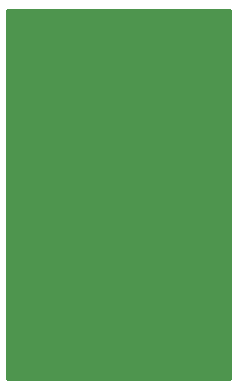
<source format=gbr>
G04 #@! TF.FileFunction,Copper,L2,Bot,Signal*
%FSLAX46Y46*%
G04 Gerber Fmt 4.6, Leading zero omitted, Abs format (unit mm)*
G04 Created by KiCad (PCBNEW 4.0.7) date 02/25/19 14:18:28*
%MOMM*%
%LPD*%
G01*
G04 APERTURE LIST*
%ADD10C,0.100000*%
%ADD11C,0.600000*%
%ADD12C,0.254000*%
G04 APERTURE END LIST*
D10*
D11*
X149743160Y-82270600D03*
X147231000Y-104495600D03*
D12*
G36*
X157910460Y-93403420D02*
X157913000Y-93416189D01*
X157913000Y-109018000D01*
X139076500Y-109018000D01*
X139076500Y-93408500D01*
X139073960Y-93395731D01*
X139073960Y-77793920D01*
X157910460Y-77793920D01*
X157910460Y-93403420D01*
X157910460Y-93403420D01*
G37*
X157910460Y-93403420D02*
X157913000Y-93416189D01*
X157913000Y-109018000D01*
X139076500Y-109018000D01*
X139076500Y-93408500D01*
X139073960Y-93395731D01*
X139073960Y-77793920D01*
X157910460Y-77793920D01*
X157910460Y-93403420D01*
M02*

</source>
